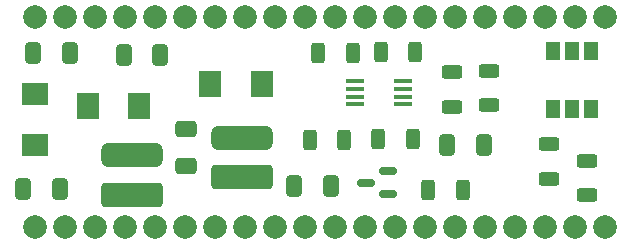
<source format=gbr>
%TF.GenerationSoftware,KiCad,Pcbnew,8.0.0*%
%TF.CreationDate,2024-12-31T13:39:28+02:00*%
%TF.ProjectId,Entry,456e7472-792e-46b6-9963-61645f706362,rev?*%
%TF.SameCoordinates,Original*%
%TF.FileFunction,Soldermask,Top*%
%TF.FilePolarity,Negative*%
%FSLAX46Y46*%
G04 Gerber Fmt 4.6, Leading zero omitted, Abs format (unit mm)*
G04 Created by KiCad (PCBNEW 8.0.0) date 2024-12-31 13:39:28*
%MOMM*%
%LPD*%
G01*
G04 APERTURE LIST*
G04 Aperture macros list*
%AMRoundRect*
0 Rectangle with rounded corners*
0 $1 Rounding radius*
0 $2 $3 $4 $5 $6 $7 $8 $9 X,Y pos of 4 corners*
0 Add a 4 corners polygon primitive as box body*
4,1,4,$2,$3,$4,$5,$6,$7,$8,$9,$2,$3,0*
0 Add four circle primitives for the rounded corners*
1,1,$1+$1,$2,$3*
1,1,$1+$1,$4,$5*
1,1,$1+$1,$6,$7*
1,1,$1+$1,$8,$9*
0 Add four rect primitives between the rounded corners*
20,1,$1+$1,$2,$3,$4,$5,0*
20,1,$1+$1,$4,$5,$6,$7,0*
20,1,$1+$1,$6,$7,$8,$9,0*
20,1,$1+$1,$8,$9,$2,$3,0*%
G04 Aperture macros list end*
%ADD10RoundRect,0.500000X2.100000X-0.500000X2.100000X0.500000X-2.100000X0.500000X-2.100000X-0.500000X0*%
%ADD11RoundRect,0.250000X2.350000X-0.750000X2.350000X0.750000X-2.350000X0.750000X-2.350000X-0.750000X0*%
%ADD12RoundRect,0.150000X0.587500X0.150000X-0.587500X0.150000X-0.587500X-0.150000X0.587500X-0.150000X0*%
%ADD13R,1.955800X2.260600*%
%ADD14R,1.300000X1.500000*%
%ADD15C,2.000000*%
%ADD16RoundRect,0.250000X0.625000X-0.312500X0.625000X0.312500X-0.625000X0.312500X-0.625000X-0.312500X0*%
%ADD17RoundRect,0.250000X0.412500X0.650000X-0.412500X0.650000X-0.412500X-0.650000X0.412500X-0.650000X0*%
%ADD18RoundRect,0.250000X-0.625000X0.312500X-0.625000X-0.312500X0.625000X-0.312500X0.625000X0.312500X0*%
%ADD19RoundRect,0.250000X0.312500X0.625000X-0.312500X0.625000X-0.312500X-0.625000X0.312500X-0.625000X0*%
%ADD20RoundRect,0.250000X-0.412500X-0.650000X0.412500X-0.650000X0.412500X0.650000X-0.412500X0.650000X0*%
%ADD21RoundRect,0.250000X-0.650000X0.412500X-0.650000X-0.412500X0.650000X-0.412500X0.650000X0.412500X0*%
%ADD22R,2.260600X1.955800*%
%ADD23RoundRect,0.250000X-0.312500X-0.625000X0.312500X-0.625000X0.312500X0.625000X-0.312500X0.625000X0*%
%ADD24R,1.524000X0.457200*%
G04 APERTURE END LIST*
D10*
%TO.C,L1*%
X47970000Y-79897500D03*
D11*
X47960000Y-83197500D03*
%TD*%
%TO.C,L3*%
X38660000Y-84720000D03*
D10*
X38710000Y-81360000D03*
%TD*%
D12*
%TO.C,Q2*%
X60337500Y-84650000D03*
X60337500Y-82750000D03*
X58462500Y-83700000D03*
%TD*%
D13*
%TO.C,CR3*%
X45308300Y-75370000D03*
X49651700Y-75370000D03*
%TD*%
D14*
%TO.C,LED1*%
X77550000Y-72550000D03*
X77550000Y-77450000D03*
X75950000Y-72550000D03*
X75950000Y-77450000D03*
X74350000Y-72550000D03*
X74350000Y-77450000D03*
%TD*%
D15*
%TO.C,PicoW1*%
X30500000Y-87480000D03*
X33040000Y-87480000D03*
X35580000Y-87480000D03*
X38120000Y-87480000D03*
X40660000Y-87480000D03*
X43200000Y-87480000D03*
X45740000Y-87480000D03*
X48280000Y-87480000D03*
X50820000Y-87480000D03*
X53360000Y-87480000D03*
X55900000Y-87480000D03*
X58440000Y-87480000D03*
X60980000Y-87480000D03*
X63520000Y-87480000D03*
X66060000Y-87480000D03*
X68600000Y-87438119D03*
X71140000Y-87480000D03*
X73680000Y-87480000D03*
X76220000Y-87480000D03*
X78760000Y-87480000D03*
X78760000Y-69700000D03*
X76220000Y-69700000D03*
X73680000Y-69700000D03*
X71140000Y-69700000D03*
X68600000Y-69700000D03*
X66060000Y-69700000D03*
X63520000Y-69700000D03*
X60980000Y-69700000D03*
X58440000Y-69700000D03*
X55900000Y-69700000D03*
X53360000Y-69700000D03*
X50820000Y-69700000D03*
X48280000Y-69700000D03*
X45740000Y-69700000D03*
X43200000Y-69700000D03*
X40660000Y-69700000D03*
X38120000Y-69700000D03*
X35580000Y-69700000D03*
X33040000Y-69700000D03*
X30500000Y-69700000D03*
%TD*%
D16*
%TO.C,R_LED_G1*%
X74000000Y-83362500D03*
X74000000Y-80437500D03*
%TD*%
D17*
%TO.C,C_GND1*%
X33402500Y-72760000D03*
X30277500Y-72760000D03*
%TD*%
D13*
%TO.C,CR2*%
X39301700Y-77190000D03*
X34958300Y-77190000D03*
%TD*%
D18*
%TO.C,Rf3*%
X65800000Y-74337500D03*
X65800000Y-77262500D03*
%TD*%
D19*
%TO.C,Rsch1*%
X56662500Y-80100000D03*
X53737500Y-80100000D03*
%TD*%
D20*
%TO.C,C1*%
X65337500Y-80500000D03*
X68462500Y-80500000D03*
%TD*%
D19*
%TO.C,Rf1*%
X57362500Y-72700000D03*
X54437500Y-72700000D03*
%TD*%
D21*
%TO.C,C_oscilato1*%
X43270000Y-79147500D03*
X43270000Y-82272500D03*
%TD*%
D22*
%TO.C,CR1*%
X30490000Y-80531700D03*
X30490000Y-76188300D03*
%TD*%
D18*
%TO.C,Rf4*%
X68900000Y-74237500D03*
X68900000Y-77162500D03*
%TD*%
D23*
%TO.C,R_LED_B1*%
X63737500Y-84300000D03*
X66662500Y-84300000D03*
%TD*%
D17*
%TO.C,C_supply1*%
X55502500Y-83940000D03*
X52377500Y-83940000D03*
%TD*%
D16*
%TO.C,R_LED_R1*%
X77200000Y-84762500D03*
X77200000Y-81837500D03*
%TD*%
D20*
%TO.C,C_GND2*%
X37957500Y-72900000D03*
X41082500Y-72900000D03*
%TD*%
%TO.C,C_oscilato2*%
X29437500Y-84250000D03*
X32562500Y-84250000D03*
%TD*%
D19*
%TO.C,Rg1*%
X62662500Y-72600000D03*
X59737500Y-72600000D03*
%TD*%
%TO.C,Rf2*%
X62462500Y-80000000D03*
X59537500Y-80000000D03*
%TD*%
D24*
%TO.C,8_pin_op_amp1*%
X61644700Y-77074999D03*
X61644700Y-76425001D03*
X61644700Y-75774999D03*
X61644700Y-75125001D03*
X57555300Y-75125001D03*
X57555300Y-75774999D03*
X57555300Y-76425001D03*
X57555300Y-77074999D03*
%TD*%
M02*

</source>
